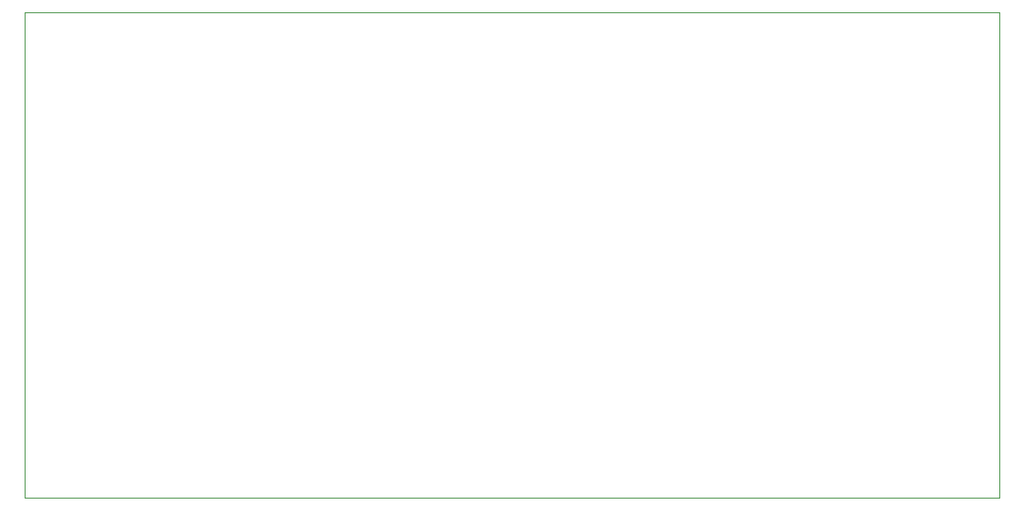
<source format=gbr>
%TF.GenerationSoftware,KiCad,Pcbnew,(5.1.9)-1*%
%TF.CreationDate,2021-09-21T00:59:17-04:00*%
%TF.ProjectId,Servo-Simple-Tester-ver-0.1,53657276-6f2d-4536-996d-706c652d5465,rev?*%
%TF.SameCoordinates,Original*%
%TF.FileFunction,Profile,NP*%
%FSLAX46Y46*%
G04 Gerber Fmt 4.6, Leading zero omitted, Abs format (unit mm)*
G04 Created by KiCad (PCBNEW (5.1.9)-1) date 2021-09-21 00:59:17*
%MOMM*%
%LPD*%
G01*
G04 APERTURE LIST*
%TA.AperFunction,Profile*%
%ADD10C,0.050000*%
%TD*%
G04 APERTURE END LIST*
D10*
X173863000Y-83312000D02*
X80137000Y-83312000D01*
X173863000Y-130048000D02*
X173863000Y-83312000D01*
X80137000Y-130048000D02*
X173863000Y-130048000D01*
X80137000Y-83312000D02*
X80137000Y-130048000D01*
M02*

</source>
